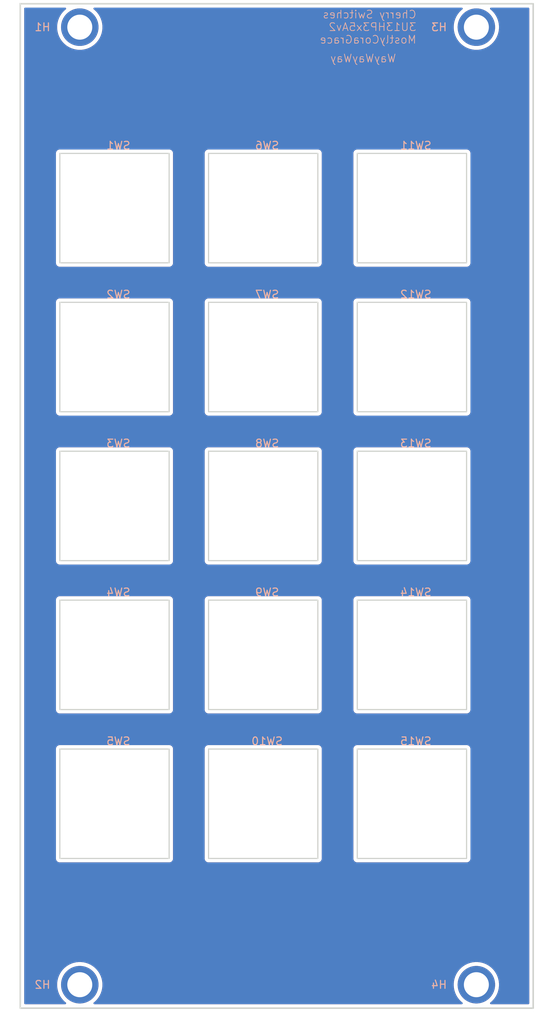
<source format=kicad_pcb>
(kicad_pcb (version 20241229) (generator "pcbnew") (generator_version "9.0")
  (layers (0 "F.Cu" signal) (2 "B.Cu" signal) (13 "F.Paste" user) (15 "B.Paste" user) (5 "F.SilkS" user "F.Silkscreen") (7 "B.SilkS" user "B.Silkscreen") (1 "F.Mask" user) (3 "B.Mask" user) (25 "Edge.Cuts" user))
  (net 0 "")
  (footprint "EXC:MountingHole_3.2mm_M3" (layer "F.Cu") (at 7.62 127.925)
    (property "Reference" "H2" (at -3.683 0 0) (layer "B.SilkS") (effects (justify left mirror)))
    (property "Value" "Eurorack_M3_MountingHole")
    (pad "" thru_hole circle (at 0 0) (size 4.8 4.8) (drill 3.2) (layers "*.Cu" "*.Mask"))
  )
  (footprint "EXC:MountingHole_3.2mm_M3" (layer "F.Cu") (at 58.42 127.925)
    (property "Reference" "H4" (at -3.683 0 0) (layer "B.SilkS") (effects (justify left mirror)))
    (property "Value" "Eurorack_M3_MountingHole")
    (pad "" thru_hole circle (at 0 0) (size 4.8 4.8) (drill 3.2) (layers "*.Cu" "*.Mask"))
  )
  (footprint "EXC:SW_Cherry_MX_1.00u_Mount" (layer "F.Cu") (at 31.115 28.575)
    (property "Reference" "SW6" (at 0.5 -8 0) (layer "B.SilkS") (effects (justify mirror)))
    (property "Value" "SW_SPST_MOUNT")
    (fp_rect (start -7 -7) (end 7 7) (stroke (width 0.15)) (fill no) (layer "Edge.Cuts"))
  )
  (footprint "EXC:SW_Cherry_MX_1.00u_Mount" (layer "F.Cu") (at 12.065 104.775)
    (property "Reference" "SW5" (at 0.5 -8 0) (layer "B.SilkS") (effects (justify mirror)))
    (property "Value" "SW_SPST_MOUNT")
    (fp_rect (start -7 -7) (end 7 7) (stroke (width 0.15)) (fill no) (layer "Edge.Cuts"))
  )
  (footprint "EXC:SW_Cherry_MX_1.00u_Mount" (layer "F.Cu") (at 50.165 28.575)
    (property "Reference" "SW11" (at 0.5 -8 0) (layer "B.SilkS") (effects (justify mirror)))
    (property "Value" "SW_SPST_MOUNT")
    (fp_rect (start -7 -7) (end 7 7) (stroke (width 0.15)) (fill no) (layer "Edge.Cuts"))
  )
  (footprint "EXC:MountingHole_3.2mm_M3" (layer "F.Cu") (at 7.62 5.425)
    (property "Reference" "H1" (at -3.683 0 0) (layer "B.SilkS") (effects (justify left mirror)))
    (property "Value" "Eurorack_M3_MountingHole")
    (pad "" thru_hole circle (at 0 0) (size 4.8 4.8) (drill 3.2) (layers "*.Cu" "*.Mask"))
  )
  (footprint "EXC:SW_Cherry_MX_1.00u_Mount" (layer "F.Cu") (at 12.065 28.575)
    (property "Reference" "SW1" (at 0.5 -8 0) (layer "B.SilkS") (effects (justify mirror)))
    (property "Value" "SW_SPST_MOUNT")
    (fp_rect (start -7 -7) (end 7 7) (stroke (width 0.15)) (fill no) (layer "Edge.Cuts"))
  )
  (footprint "EXC:SW_Cherry_MX_1.00u_Mount" (layer "F.Cu") (at 50.165 47.625)
    (property "Reference" "SW12" (at 0.5 -8 0) (layer "B.SilkS") (effects (justify mirror)))
    (property "Value" "SW_SPST_MOUNT")
    (fp_rect (start -7 -7) (end 7 7) (stroke (width 0.15)) (fill no) (layer "Edge.Cuts"))
  )
  (footprint "EXC:MountingHole_3.2mm_M3" (layer "F.Cu") (at 58.42 5.425)
    (property "Reference" "H3" (at -3.683 0 0) (layer "B.SilkS") (effects (justify left mirror)))
    (property "Value" "Eurorack_M3_MountingHole")
    (pad "" thru_hole circle (at 0 0) (size 4.8 4.8) (drill 3.2) (layers "*.Cu" "*.Mask"))
  )
  (footprint "EXC:SW_Cherry_MX_1.00u_Mount" (layer "F.Cu") (at 50.165 66.675)
    (property "Reference" "SW13" (at 0.5 -8 0) (layer "B.SilkS") (effects (justify mirror)))
    (property "Value" "SW_SPST_MOUNT")
    (fp_rect (start -7 -7) (end 7 7) (stroke (width 0.15)) (fill no) (layer "Edge.Cuts"))
  )
  (footprint "EXC:SW_Cherry_MX_1.00u_Mount" (layer "F.Cu") (at 31.115 104.775)
    (property "Reference" "SW10" (at 0.5 -8 0) (layer "B.SilkS") (effects (justify mirror)))
    (property "Value" "SW_SPST_MOUNT")
    (fp_rect (start -7 -7) (end 7 7) (stroke (width 0.15)) (fill no) (layer "Edge.Cuts"))
  )
  (footprint "EXC:SW_Cherry_MX_1.00u_Mount" (layer "F.Cu") (at 12.065 47.625)
    (property "Reference" "SW2" (at 0.5 -8 0) (layer "B.SilkS") (effects (justify mirror)))
    (property "Value" "SW_SPST_MOUNT")
    (fp_rect (start -7 -7) (end 7 7) (stroke (width 0.15)) (fill no) (layer "Edge.Cuts"))
  )
  (footprint "EXC:SW_Cherry_MX_1.00u_Mount" (layer "F.Cu") (at 50.165 85.725)
    (property "Reference" "SW14" (at 0.5 -8 0) (layer "B.SilkS") (effects (justify mirror)))
    (property "Value" "SW_SPST_MOUNT")
    (fp_rect (start -7 -7) (end 7 7) (stroke (width 0.15)) (fill no) (layer "Edge.Cuts"))
  )
  (footprint "EXC:SW_Cherry_MX_1.00u_Mount" (layer "F.Cu") (at 31.115 66.675)
    (property "Reference" "SW8" (at 0.5 -8 0) (layer "B.SilkS") (effects (justify mirror)))
    (property "Value" "SW_SPST_MOUNT")
    (fp_rect (start -7 -7) (end 7 7) (stroke (width 0.15)) (fill no) (layer "Edge.Cuts"))
  )
  (footprint "EXC:SW_Cherry_MX_1.00u_Mount" (layer "F.Cu") (at 50.165 104.775)
    (property "Reference" "SW15" (at 0.5 -8 0) (layer "B.SilkS") (effects (justify mirror)))
    (property "Value" "SW_SPST_MOUNT")
    (fp_rect (start -7 -7) (end 7 7) (stroke (width 0.15)) (fill no) (layer "Edge.Cuts"))
  )
  (footprint "EXC:SW_Cherry_MX_1.00u_Mount" (layer "F.Cu") (at 12.065 66.675)
    (property "Reference" "SW3" (at 0.5 -8 0) (layer "B.SilkS") (effects (justify mirror)))
    (property "Value" "SW_SPST_MOUNT")
    (fp_rect (start -7 -7) (end 7 7) (stroke (width 0.15)) (fill no) (layer "Edge.Cuts"))
  )
  (footprint "EXC:SW_Cherry_MX_1.00u_Mount" (layer "F.Cu") (at 12.065 85.725)
    (property "Reference" "SW4" (at 0.5 -8 0) (layer "B.SilkS") (effects (justify mirror)))
    (property "Value" "SW_SPST_MOUNT")
    (fp_rect (start -7 -7) (end 7 7) (stroke (width 0.15)) (fill no) (layer "Edge.Cuts"))
  )
  (footprint "EXC:SW_Cherry_MX_1.00u_Mount" (layer "F.Cu") (at 31.115 85.725)
    (property "Reference" "SW9" (at 0.5 -8 0) (layer "B.SilkS") (effects (justify mirror)))
    (property "Value" "SW_SPST_MOUNT")
    (fp_rect (start -7 -7) (end 7 7) (stroke (width 0.15)) (fill no) (layer "Edge.Cuts"))
  )
  (footprint "EXC:SW_Cherry_MX_1.00u_Mount" (layer "F.Cu") (at 31.115 47.625)
    (property "Reference" "SW7" (at 0.5 -8 0) (layer "B.SilkS") (effects (justify mirror)))
    (property "Value" "SW_SPST_MOUNT")
    (fp_rect (start -7 -7) (end 7 7) (stroke (width 0.15)) (fill no) (layer "Edge.Cuts"))
  )
  (gr_rect (start 0 2.425) (end 65.7 130.925) (stroke (width 0.2)) (fill no) (layer "Edge.Cuts"))
  (gr_text "Cherry Switches\n3U13HP3x5Av2\nMostlyCoraGrace" (at 50.8 7.6 0) (layer "B.SilkS") (effects (font (size 1 1) (thickness 0.1)) (justify left bottom mirror)))
  (gr_text "WayWayWay" (at 48.2 10 0) (layer "B.SilkS") (effects (font (size 1 1) (thickness 0.1)) (justify left bottom mirror)))
  (zone (net 0) (net_name "") (layers "F.Cu" "B.Cu") (connect_pads (clearance 0.5)) (min_thickness 0.25) (fill yes (thermal_gap 0.5) (thermal_bridge_width 0.5) (island_removal_mode 1) (island_area_min 10))
    (polygon (pts (xy 0 2.425) (xy 65.7 2.425) (xy 65.7 130.925) (xy 0 130.925)))
  )
)
</source>
